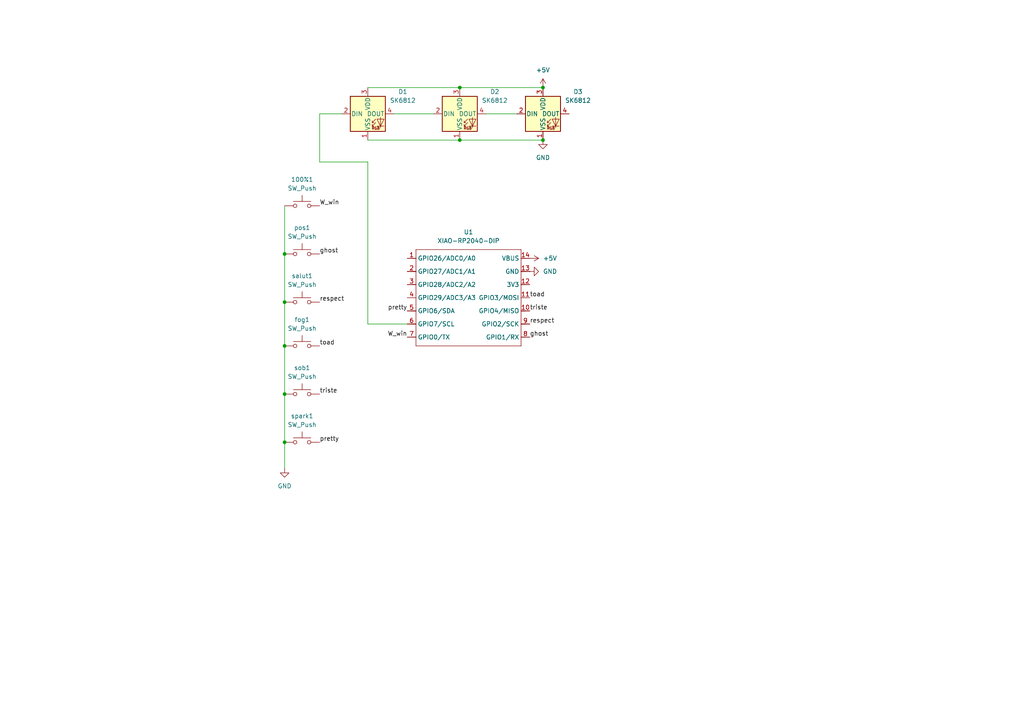
<source format=kicad_sch>
(kicad_sch (version 20250114) (generator "eeschema") (generator_version "9.0")
  (paper "A4")
  (lib_symbols
    (symbol "LED:SK6812" (pin_names (offset 0.254))
      (property "Reference" "D" (at 5.08 5.715 0))
      (property "Value" "SK6812" (at 1.27 -5.715 0))
      (symbol "SK6812_0_0"
        (text "RGB" (at 2.286 -4.191 0) (effects (font (size 0.762 0.762))))
      )
      (symbol "SK6812_0_1"
        (polyline (pts (xy 1.27 -2.54) (xy 1.778 -2.54)))
        (polyline (pts (xy 1.27 -3.556) (xy 1.778 -3.556)))
        (polyline (pts (xy 2.286 -1.524) (xy 1.27 -2.54) (xy 1.27 -2.032)))
        (polyline (pts (xy 2.286 -2.54) (xy 1.27 -3.556) (xy 1.27 -3.048)))
        (polyline (pts (xy 3.683 -1.016) (xy 3.683 -3.556) (xy 3.683 -4.064)))
        (polyline (pts (xy 4.699 -1.524) (xy 2.667 -1.524) (xy 3.683 -3.556) (xy 4.699 -1.524)))
        (polyline (pts (xy 4.699 -3.556) (xy 2.667 -3.556)))
        (rectangle (start 5.08 5.08) (end -5.08 -5.08) (stroke (width 0.254)) (fill (type background)))
      )
      (symbol "SK6812_1_1"
        (pin input line (at -7.62 0 0) (length 2.54) (name "DIN") (number "2"))
        (pin power_in line (at 0 7.62 270) (length 2.54) (name "VDD") (number "3"))
        (pin power_in line (at 0 -7.62 90) (length 2.54) (name "VSS") (number "1"))
        (pin output line (at 7.62 0 180) (length 2.54) (name "DOUT") (number "4"))
      )
    )
    (symbol "Seeed_Studio_XIAO_Series:XIAO-RP2040-DIP"
      (property "Reference" "U" (at 0 0 0))
      (property "Value" "XIAO-RP2040-DIP" (at 5.334 -1.778 0))
      (symbol "XIAO-RP2040-DIP_1_0"
        (polyline (pts (xy -1.27 -2.54) (xy 29.21 -2.54)) (stroke (width 0.1524)))
        (polyline (pts (xy -1.27 -5.08) (xy -2.54 -5.08)) (stroke (width 0.1524)))
        (polyline (pts (xy -1.27 -5.08) (xy -1.27 -2.54)) (stroke (width 0.1524)))
        (polyline (pts (xy -1.27 -8.89) (xy -2.54 -8.89)) (stroke (width 0.1524)))
        (polyline (pts (xy -1.27 -8.89) (xy -1.27 -5.08)) (stroke (width 0.1524)))
        (polyline (pts (xy -1.27 -12.7) (xy -2.54 -12.7)) (stroke (width 0.1524)))
        (polyline (pts (xy -1.27 -12.7) (xy -1.27 -8.89)) (stroke (width 0.1524)))
        (polyline (pts (xy -1.27 -16.51) (xy -2.54 -16.51)) (stroke (width 0.1524)))
        (polyline (pts (xy -1.27 -16.51) (xy -1.27 -12.7)) (stroke (width 0.1524)))
        (polyline (pts (xy -1.27 -20.32) (xy -2.54 -20.32)) (stroke (width 0.1524)))
        (polyline (pts (xy -1.27 -24.13) (xy -2.54 -24.13)) (stroke (width 0.1524)))
        (polyline (pts (xy -1.27 -27.94) (xy -2.54 -27.94)) (stroke (width 0.1524)))
        (polyline (pts (xy -1.27 -30.48) (xy -1.27 -16.51)) (stroke (width 0.1524)))
        (polyline (pts (xy 29.21 -2.54) (xy 29.21 -5.08)) (stroke (width 0.1524)))
        (polyline (pts (xy 29.21 -5.08) (xy 29.21 -8.89)) (stroke (width 0.1524)))
        (polyline (pts (xy 29.21 -8.89) (xy 29.21 -12.7)) (stroke (width 0.1524)))
        (polyline (pts (xy 29.21 -12.7) (xy 29.21 -30.48)) (stroke (width 0.1524)))
        (polyline (pts (xy 29.21 -30.48) (xy -1.27 -30.48)) (stroke (width 0.1524)))
        (polyline (pts (xy 30.48 -5.08) (xy 29.21 -5.08)) (stroke (width 0.1524)))
        (polyline (pts (xy 30.48 -8.89) (xy 29.21 -8.89)) (stroke (width 0.1524)))
        (polyline (pts (xy 30.48 -12.7) (xy 29.21 -12.7)) (stroke (width 0.1524)))
        (polyline (pts (xy 30.48 -16.51) (xy 29.21 -16.51)) (stroke (width 0.1524)))
        (polyline (pts (xy 30.48 -20.32) (xy 29.21 -20.32)) (stroke (width 0.1524)))
        (polyline (pts (xy 30.48 -24.13) (xy 29.21 -24.13)) (stroke (width 0.1524)))
        (polyline (pts (xy 30.48 -27.94) (xy 29.21 -27.94)) (stroke (width 0.1524)))
        (pin passive line (at -3.81 -5.08 0) (length 2.54) (name "GPIO26/ADC0/A0") (number "1"))
        (pin passive line (at -3.81 -8.89 0) (length 2.54) (name "GPIO27/ADC1/A1") (number "2"))
        (pin passive line (at -3.81 -12.7 0) (length 2.54) (name "GPIO28/ADC2/A2") (number "3"))
        (pin passive line (at -3.81 -16.51 0) (length 2.54) (name "GPIO29/ADC3/A3") (number "4"))
        (pin passive line (at -3.81 -20.32 0) (length 2.54) (name "GPIO6/SDA") (number "5"))
        (pin passive line (at -3.81 -24.13 0) (length 2.54) (name "GPIO7/SCL") (number "6"))
        (pin passive line (at -3.81 -27.94 0) (length 2.54) (name "GPIO0/TX") (number "7"))
        (pin passive line (at 31.75 -5.08 180) (length 2.54) (name "VBUS") (number "14"))
        (pin passive line (at 31.75 -8.89 180) (length 2.54) (name "GND") (number "13"))
        (pin passive line (at 31.75 -12.7 180) (length 2.54) (name "3V3") (number "12"))
        (pin passive line (at 31.75 -16.51 180) (length 2.54) (name "GPIO3/MOSI") (number "11"))
        (pin passive line (at 31.75 -20.32 180) (length 2.54) (name "GPIO4/MISO") (number "10"))
        (pin passive line (at 31.75 -24.13 180) (length 2.54) (name "GPIO2/SCK") (number "9"))
        (pin passive line (at 31.75 -27.94 180) (length 2.54) (name "GPIO1/RX") (number "8"))
      )
    )
    (symbol "Switch:SW_Push" (pin_numbers (hide yes)) (pin_names (offset 1.016) (hide yes))
      (property "Reference" "SW" (at 1.27 2.54 0))
      (property "Value" "SW_Push" (at 0 -1.524 0))
      (symbol "SW_Push_0_1"
        (circle (center -2.032 0) (radius 0.508))
        (polyline (pts (xy 0 1.27) (xy 0 3.048)))
        (circle (center 2.032 0) (radius 0.508))
        (polyline (pts (xy 2.54 1.27) (xy -2.54 1.27)))
        (pin passive line (at -5.08 0 0) (length 2.54) (name "1") (number "1"))
        (pin passive line (at 5.08 0 180) (length 2.54) (name "2") (number "2"))
      )
    )
    (symbol "power:+5V" (power) (pin_numbers (hide yes)) (pin_names (offset 0) (hide yes))
      (property "Value" "+5V" (at 0 3.556 0))
      (symbol "+5V_0_1"
        (polyline (pts (xy -0.762 1.27) (xy 0 2.54)))
        (polyline (pts (xy 0 2.54) (xy 0.762 1.27)))
        (polyline (pts (xy 0 0) (xy 0 2.54)))
      )
      (symbol "+5V_1_1"
        (pin power_in line (at 0 0 90) (length 0) (name "~") (number "1"))
      )
    )
    (symbol "power:GND" (power) (pin_numbers (hide yes)) (pin_names (offset 0) (hide yes))
      (property "Value" "GND" (at 0 -3.81 0))
      (symbol "GND_0_1"
        (polyline (pts (xy 0 0) (xy 0 -1.27) (xy 1.27 -1.27) (xy 0 -2.54) (xy -1.27 -1.27) (xy 0 -1.27)))
      )
      (symbol "GND_1_1"
        (pin power_in line (at 0 0 270) (length 0) (name "~") (number "1"))
      )
    )
  )
  (junction (at 82.55 128.27))
  (junction (at 82.55 73.66))
  (junction (at 157.48 40.64))
  (junction (at 133.35 40.64))
  (junction (at 82.55 87.63))
  (junction (at 82.55 100.33))
  (junction (at 133.35 25.4))
  (junction (at 82.55 114.3))
  (junction (at 157.48 25.4))
  (wire (pts (xy 82.55 73.66) (xy 82.55 87.63)))
  (wire (pts (xy 140.97 33.02) (xy 149.86 33.02)))
  (wire (pts (xy 106.68 25.4) (xy 133.35 25.4)))
  (wire (pts (xy 82.55 114.3) (xy 82.55 128.27)))
  (wire (pts (xy 82.55 128.27) (xy 82.55 135.89)))
  (wire (pts (xy 133.35 40.64) (xy 157.48 40.64)))
  (wire (pts (xy 92.71 46.99) (xy 92.71 33.02)))
  (wire (pts (xy 118.11 93.98) (xy 106.68 93.98)))
  (wire (pts (xy 106.68 46.99) (xy 92.71 46.99)))
  (wire (pts (xy 92.71 33.02) (xy 99.06 33.02)))
  (wire (pts (xy 114.3 33.02) (xy 125.73 33.02)))
  (wire (pts (xy 106.68 93.98) (xy 106.68 46.99)))
  (wire (pts (xy 82.55 59.69) (xy 82.55 73.66)))
  (wire (pts (xy 82.55 100.33) (xy 82.55 114.3)))
  (wire (pts (xy 82.55 87.63) (xy 82.55 100.33)))
  (wire (pts (xy 106.68 40.64) (xy 133.35 40.64)))
  (wire (pts (xy 133.35 25.4) (xy 157.48 25.4)))
  (label "W_win" (at 92.71 59.69 0))
  (label "respect" (at 92.71 87.63 0))
  (label "respect" (at 153.67 93.98 0))
  (label "ghost" (at 92.71 73.66 0))
  (label "toad" (at 92.71 100.33 0))
  (label "ghost" (at 153.67 97.79 0))
  (label "triste" (at 92.71 114.3 0))
  (label "pretty" (at 92.71 128.27 0))
  (label "W_win" (at 118.11 97.79 180))
  (label "triste" (at 153.67 90.17 0))
  (label "pretty" (at 118.11 90.17 180))
  (label "toad" (at 153.67 86.36 0))
  (symbol (lib_id "Switch:SW_Push") (at 87.63 128.27 0) (unit 1)
    (property "Reference" "spark1" (at 87.63 120.65 0))
    (property "Value" "SW_Push" (at 87.63 123.19 0))
    (property "Footprint" "Button_Switch_Keyboard:SW_Cherry_MX_1.00u_PCB" (effects (hide yes)))
    (property "Description" "Push button switch, generic, two pins" (effects (hide yes)))
  )
  (symbol (lib_id "Switch:SW_Push") (at 87.63 114.3 0) (unit 1)
    (property "Reference" "sob1" (at 87.63 106.68 0))
    (property "Value" "SW_Push" (at 87.63 109.22 0))
    (property "Footprint" "Button_Switch_Keyboard:SW_Cherry_MX_1.00u_PCB" (effects (hide yes)))
    (property "Description" "Push button switch, generic, two pins" (effects (hide yes)))
  )
  (symbol (lib_id "Switch:SW_Push") (at 87.63 100.33 0) (unit 1)
    (property "Reference" "fog1" (at 87.63 92.71 0))
    (property "Value" "SW_Push" (at 87.63 95.25 0))
    (property "Footprint" "Button_Switch_Keyboard:SW_Cherry_MX_1.00u_PCB" (effects (hide yes)))
    (property "Description" "Push button switch, generic, two pins" (effects (hide yes)))
  )
  (symbol (lib_id "power:GND") (at 157.48 40.64 0) (unit 1)
    (property "Reference" "#PWR03" (effects (hide yes)))
    (property "Value" "GND" (at 157.48 45.72 0))
    (property "Description" "Power symbol creates a global label with name \"GND\" , ground" (effects (hide yes)))
  )
  (symbol (lib_id "Seeed_Studio_XIAO_Series:XIAO-RP2040-DIP") (at 121.92 69.85 0) (unit 1)
    (property "Reference" "U1" (at 135.89 67.31 0))
    (property "Value" "XIAO-RP2040-DIP" (at 135.89 69.85 0))
    (property "Footprint" "micustom2:XIAOLONGBAO" (effects (hide yes)))
  )
  (symbol (lib_id "power:+5V") (at 157.48 25.4 0) (unit 1)
    (property "Reference" "#PWR02" (effects (hide yes)))
    (property "Value" "+5V" (at 157.48 20.32 0))
    (property "Description" "Power symbol creates a global label with name \"+5V\"" (effects (hide yes)))
  )
  (symbol (lib_id "LED:SK6812") (at 157.48 33.02 0) (unit 1)
    (property "Reference" "D3" (at 167.64 26.5998 0))
    (property "Value" "SK6812" (at 167.64 29.1398 0))
    (property "Footprint" "LED_SMD:LED_SK6812_PLCC4_5.0x5.0mm_P3.2mm" (effects (hide yes)))
    (property "Datasheet" "https://cdn-shop.adafruit.com/product-files/1138/SK6812+LED+datasheet+.pdf" (effects (hide yes)))
    (property "Description" "RGB LED with integrated controller" (effects (hide yes)))
  )
  (symbol (lib_id "Switch:SW_Push") (at 87.63 87.63 0) (unit 1)
    (property "Reference" "salut1" (at 87.63 80.01 0))
    (property "Value" "SW_Push" (at 87.63 82.55 0))
    (property "Footprint" "Button_Switch_Keyboard:SW_Cherry_MX_1.00u_PCB" (effects (hide yes)))
    (property "Description" "Push button switch, generic, two pins" (effects (hide yes)))
  )
  (symbol (lib_id "Switch:SW_Push") (at 87.63 73.66 0) (unit 1)
    (property "Reference" "pos1" (at 87.63 66.04 0))
    (property "Value" "SW_Push" (at 87.63 68.58 0))
    (property "Footprint" "Button_Switch_Keyboard:SW_Cherry_MX_1.00u_PCB" (effects (hide yes)))
    (property "Description" "Push button switch, generic, two pins" (effects (hide yes)))
  )
  (symbol (lib_id "power:GND") (at 153.67 78.74 90) (unit 1)
    (property "Reference" "#PWR05" (effects (hide yes)))
    (property "Value" "GND" (at 157.48 78.7399 90) (effects (justify right)))
    (property "Description" "Power symbol creates a global label with name \"GND\" , ground" (effects (hide yes)))
  )
  (symbol (lib_id "power:+5V") (at 153.67 74.93 270) (unit 1)
    (property "Reference" "#PWR04" (effects (hide yes)))
    (property "Value" "+5V" (at 157.48 74.9299 90) (effects (justify left)))
    (property "Description" "Power symbol creates a global label with name \"+5V\"" (effects (hide yes)))
  )
  (symbol (lib_id "LED:SK6812") (at 106.68 33.02 0) (unit 1)
    (property "Reference" "D1" (at 116.84 26.5998 0))
    (property "Value" "SK6812" (at 116.84 29.1398 0))
    (property "Footprint" "LED_SMD:LED_SK6812_PLCC4_5.0x5.0mm_P3.2mm" (effects (hide yes)))
    (property "Datasheet" "https://cdn-shop.adafruit.com/product-files/1138/SK6812+LED+datasheet+.pdf" (effects (hide yes)))
    (property "Description" "RGB LED with integrated controller" (effects (hide yes)))
  )
  (symbol (lib_id "Switch:SW_Push") (at 87.63 59.69 0) (unit 1)
    (property "Reference" "100%1" (at 87.63 52.07 0))
    (property "Value" "SW_Push" (at 87.63 54.61 0))
    (property "Footprint" "Button_Switch_Keyboard:SW_Cherry_MX_1.00u_PCB" (effects (hide yes)))
    (property "Description" "Push button switch, generic, two pins" (effects (hide yes)))
  )
  (symbol (lib_id "power:GND") (at 82.55 135.89 0) (unit 1)
    (property "Reference" "#PWR01" (effects (hide yes)))
    (property "Value" "GND" (at 82.55 140.97 0))
    (property "Description" "Power symbol creates a global label with name \"GND\" , ground" (effects (hide yes)))
  )
  (symbol (lib_id "LED:SK6812") (at 133.35 33.02 0) (unit 1)
    (property "Reference" "D2" (at 143.51 26.5998 0))
    (property "Value" "SK6812" (at 143.51 29.1398 0))
    (property "Footprint" "LED_SMD:LED_SK6812_PLCC4_5.0x5.0mm_P3.2mm" (effects (hide yes)))
    (property "Datasheet" "https://cdn-shop.adafruit.com/product-files/1138/SK6812+LED+datasheet+.pdf" (effects (hide yes)))
    (property "Description" "RGB LED with integrated controller" (effects (hide yes)))
  )
)
</source>
